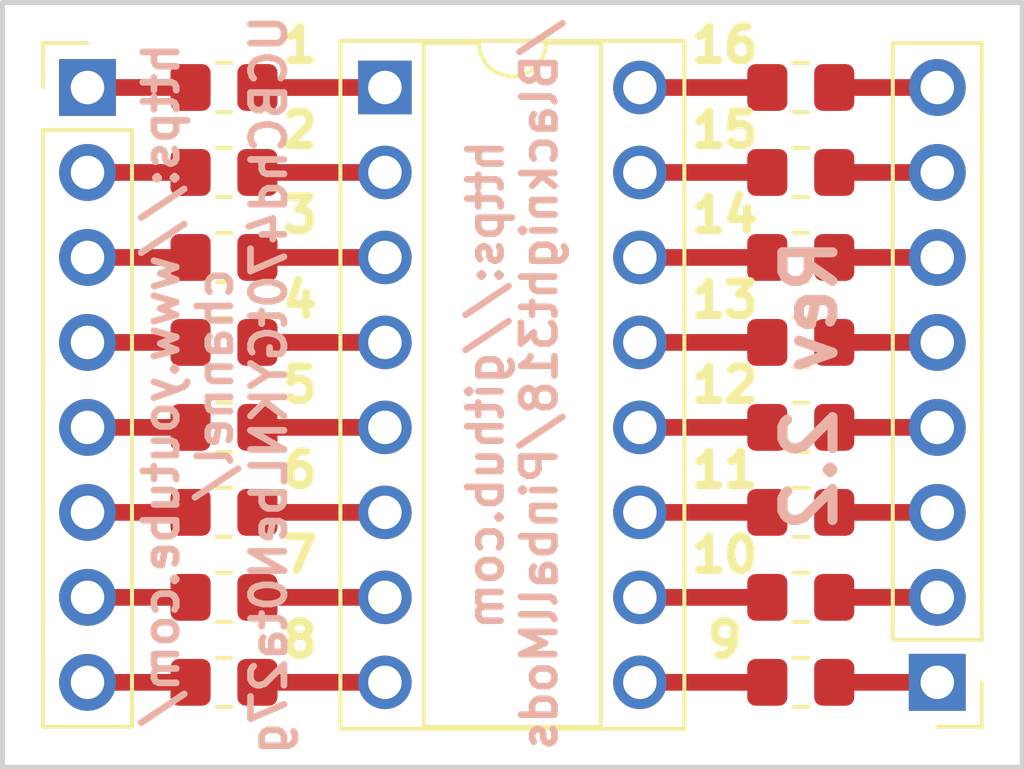
<source format=kicad_pcb>
(kicad_pcb (version 20171130) (host pcbnew "(5.1.7)-1")

  (general
    (thickness 1.6)
    (drawings 23)
    (tracks 32)
    (zones 0)
    (modules 19)
    (nets 33)
  )

  (page A4)
  (layers
    (0 F.Cu signal)
    (31 B.Cu signal)
    (32 B.Adhes user)
    (33 F.Adhes user)
    (34 B.Paste user)
    (35 F.Paste user)
    (36 B.SilkS user)
    (37 F.SilkS user)
    (38 B.Mask user)
    (39 F.Mask user)
    (40 Dwgs.User user)
    (41 Cmts.User user)
    (42 Eco1.User user)
    (43 Eco2.User user)
    (44 Edge.Cuts user)
    (45 Margin user)
    (46 B.CrtYd user)
    (47 F.CrtYd user hide)
    (48 B.Fab user)
    (49 F.Fab user hide)
  )

  (setup
    (last_trace_width 0.25)
    (trace_clearance 0.2)
    (zone_clearance 0.508)
    (zone_45_only no)
    (trace_min 0.2)
    (via_size 0.8)
    (via_drill 0.4)
    (via_min_size 0.4)
    (via_min_drill 0.3)
    (uvia_size 0.3)
    (uvia_drill 0.1)
    (uvias_allowed no)
    (uvia_min_size 0.2)
    (uvia_min_drill 0.1)
    (edge_width 0.05)
    (segment_width 0.2)
    (pcb_text_width 0.3)
    (pcb_text_size 1.5 1.5)
    (mod_edge_width 0.12)
    (mod_text_size 1 1)
    (mod_text_width 0.15)
    (pad_size 1.6 1.6)
    (pad_drill 1)
    (pad_to_mask_clearance 0)
    (aux_axis_origin 0 0)
    (visible_elements 7FFFFFFF)
    (pcbplotparams
      (layerselection 0x010fc_ffffffff)
      (usegerberextensions false)
      (usegerberattributes true)
      (usegerberadvancedattributes true)
      (creategerberjobfile true)
      (excludeedgelayer true)
      (linewidth 0.100000)
      (plotframeref false)
      (viasonmask false)
      (mode 1)
      (useauxorigin false)
      (hpglpennumber 1)
      (hpglpenspeed 20)
      (hpglpendiameter 15.000000)
      (psnegative false)
      (psa4output false)
      (plotreference true)
      (plotvalue true)
      (plotinvisibletext false)
      (padsonsilk false)
      (subtractmaskfromsilk false)
      (outputformat 1)
      (mirror false)
      (drillshape 1)
      (scaleselection 1)
      (outputdirectory ""))
  )

  (net 0 "")
  (net 1 "Net-(J1-Pad7)")
  (net 2 "Net-(J1-Pad6)")
  (net 3 "Net-(J1-Pad5)")
  (net 4 "Net-(J1-Pad4)")
  (net 5 "Net-(J1-Pad3)")
  (net 6 "Net-(J1-Pad2)")
  (net 7 "Net-(J1-Pad1)")
  (net 8 "Net-(J2-Pad14)")
  (net 9 "Net-(J2-Pad7)")
  (net 10 "Net-(J2-Pad13)")
  (net 11 "Net-(J2-Pad6)")
  (net 12 "Net-(J2-Pad12)")
  (net 13 "Net-(J2-Pad5)")
  (net 14 "Net-(J2-Pad11)")
  (net 15 "Net-(J2-Pad4)")
  (net 16 "Net-(J2-Pad10)")
  (net 17 "Net-(J2-Pad3)")
  (net 18 "Net-(J2-Pad9)")
  (net 19 "Net-(J2-Pad2)")
  (net 20 "Net-(J2-Pad8)")
  (net 21 "Net-(J2-Pad1)")
  (net 22 "Net-(J3-Pad7)")
  (net 23 "Net-(J3-Pad6)")
  (net 24 "Net-(J3-Pad5)")
  (net 25 "Net-(J3-Pad4)")
  (net 26 "Net-(J3-Pad3)")
  (net 27 "Net-(J3-Pad2)")
  (net 28 "Net-(J3-Pad1)")
  (net 29 "Net-(J1-Pad8)")
  (net 30 "Net-(J3-Pad8)")
  (net 31 "Net-(J2-Pad16)")
  (net 32 "Net-(J2-Pad15)")

  (net_class Default "This is the default net class."
    (clearance 0.2)
    (trace_width 0.25)
    (via_dia 0.8)
    (via_drill 0.4)
    (uvia_dia 0.3)
    (uvia_drill 0.1)
    (add_net "Net-(J1-Pad1)")
    (add_net "Net-(J1-Pad2)")
    (add_net "Net-(J1-Pad3)")
    (add_net "Net-(J1-Pad4)")
    (add_net "Net-(J1-Pad5)")
    (add_net "Net-(J1-Pad6)")
    (add_net "Net-(J1-Pad7)")
    (add_net "Net-(J1-Pad8)")
    (add_net "Net-(J2-Pad1)")
    (add_net "Net-(J2-Pad10)")
    (add_net "Net-(J2-Pad11)")
    (add_net "Net-(J2-Pad12)")
    (add_net "Net-(J2-Pad13)")
    (add_net "Net-(J2-Pad14)")
    (add_net "Net-(J2-Pad15)")
    (add_net "Net-(J2-Pad16)")
    (add_net "Net-(J2-Pad2)")
    (add_net "Net-(J2-Pad3)")
    (add_net "Net-(J2-Pad4)")
    (add_net "Net-(J2-Pad5)")
    (add_net "Net-(J2-Pad6)")
    (add_net "Net-(J2-Pad7)")
    (add_net "Net-(J2-Pad8)")
    (add_net "Net-(J2-Pad9)")
    (add_net "Net-(J3-Pad1)")
    (add_net "Net-(J3-Pad2)")
    (add_net "Net-(J3-Pad3)")
    (add_net "Net-(J3-Pad4)")
    (add_net "Net-(J3-Pad5)")
    (add_net "Net-(J3-Pad6)")
    (add_net "Net-(J3-Pad7)")
    (add_net "Net-(J3-Pad8)")
  )

  (module Connector_PinHeader_2.54mm:PinHeader_1x08_P2.54mm_Vertical (layer F.Cu) (tedit 59FED5CC) (tstamp 600AD633)
    (at 171.45 109.22 180)
    (descr "Through hole straight pin header, 1x08, 2.54mm pitch, single row")
    (tags "Through hole pin header THT 1x08 2.54mm single row")
    (path /600A9E0D)
    (fp_text reference "" (at 0 -2.33) (layer F.SilkS)
      (effects (font (size 1 1) (thickness 0.15)))
    )
    (fp_text value Conn_01x08_Male (at 0 20.11) (layer F.Fab)
      (effects (font (size 1 1) (thickness 0.15)))
    )
    (fp_line (start 1.8 -1.8) (end -1.8 -1.8) (layer F.CrtYd) (width 0.05))
    (fp_line (start 1.8 19.55) (end 1.8 -1.8) (layer F.CrtYd) (width 0.05))
    (fp_line (start -1.8 19.55) (end 1.8 19.55) (layer F.CrtYd) (width 0.05))
    (fp_line (start -1.8 -1.8) (end -1.8 19.55) (layer F.CrtYd) (width 0.05))
    (fp_line (start -1.33 -1.33) (end 0 -1.33) (layer F.SilkS) (width 0.12))
    (fp_line (start -1.33 0) (end -1.33 -1.33) (layer F.SilkS) (width 0.12))
    (fp_line (start -1.33 1.27) (end 1.33 1.27) (layer F.SilkS) (width 0.12))
    (fp_line (start 1.33 1.27) (end 1.33 19.11) (layer F.SilkS) (width 0.12))
    (fp_line (start -1.33 1.27) (end -1.33 19.11) (layer F.SilkS) (width 0.12))
    (fp_line (start -1.33 19.11) (end 1.33 19.11) (layer F.SilkS) (width 0.12))
    (fp_line (start -1.27 -0.635) (end -0.635 -1.27) (layer F.Fab) (width 0.1))
    (fp_line (start -1.27 19.05) (end -1.27 -0.635) (layer F.Fab) (width 0.1))
    (fp_line (start 1.27 19.05) (end -1.27 19.05) (layer F.Fab) (width 0.1))
    (fp_line (start 1.27 -1.27) (end 1.27 19.05) (layer F.Fab) (width 0.1))
    (fp_line (start -0.635 -1.27) (end 1.27 -1.27) (layer F.Fab) (width 0.1))
    (fp_text user %R (at 0 8.89 90) (layer F.Fab)
      (effects (font (size 1 1) (thickness 0.15)))
    )
    (pad 8 thru_hole oval (at 0 17.78 180) (size 1.7 1.7) (drill 1) (layers *.Cu *.Mask)
      (net 30 "Net-(J3-Pad8)"))
    (pad 7 thru_hole oval (at 0 15.24 180) (size 1.7 1.7) (drill 1) (layers *.Cu *.Mask)
      (net 22 "Net-(J3-Pad7)"))
    (pad 6 thru_hole oval (at 0 12.7 180) (size 1.7 1.7) (drill 1) (layers *.Cu *.Mask)
      (net 23 "Net-(J3-Pad6)"))
    (pad 5 thru_hole oval (at 0 10.16 180) (size 1.7 1.7) (drill 1) (layers *.Cu *.Mask)
      (net 24 "Net-(J3-Pad5)"))
    (pad 4 thru_hole oval (at 0 7.62 180) (size 1.7 1.7) (drill 1) (layers *.Cu *.Mask)
      (net 25 "Net-(J3-Pad4)"))
    (pad 3 thru_hole oval (at 0 5.08 180) (size 1.7 1.7) (drill 1) (layers *.Cu *.Mask)
      (net 26 "Net-(J3-Pad3)"))
    (pad 2 thru_hole oval (at 0 2.54 180) (size 1.7 1.7) (drill 1) (layers *.Cu *.Mask)
      (net 27 "Net-(J3-Pad2)"))
    (pad 1 thru_hole rect (at 0 0 180) (size 1.7 1.7) (drill 1) (layers *.Cu *.Mask)
      (net 28 "Net-(J3-Pad1)"))
    (model ${KISYS3DMOD}/Connector_PinHeader_2.54mm.3dshapes/PinHeader_1x08_P2.54mm_Vertical.wrl
      (at (xyz 0 0 0))
      (scale (xyz 1 1 1))
      (rotate (xyz 0 0 0))
    )
  )

  (module Package_DIP:DIP-16_W7.62mm_Socket (layer F.Cu) (tedit 600EF0B6) (tstamp 600AD617)
    (at 154.94 91.44)
    (descr "16-lead though-hole mounted DIP package, row spacing 7.62 mm (300 mils), Socket")
    (tags "THT DIP DIL PDIP 2.54mm 7.62mm 300mil Socket")
    (path /600ABC38)
    (fp_text reference "" (at 3.81 -2.33) (layer F.SilkS)
      (effects (font (size 1 1) (thickness 0.15)))
    )
    (fp_text value Conn_02x08_Counter_Clockwise (at 3.81 20.11) (layer F.Fab)
      (effects (font (size 1 1) (thickness 0.15)))
    )
    (fp_line (start 9.15 -1.6) (end -1.55 -1.6) (layer F.CrtYd) (width 0.05))
    (fp_line (start 9.15 19.4) (end 9.15 -1.6) (layer F.CrtYd) (width 0.05))
    (fp_line (start -1.55 19.4) (end 9.15 19.4) (layer F.CrtYd) (width 0.05))
    (fp_line (start -1.55 -1.6) (end -1.55 19.4) (layer F.CrtYd) (width 0.05))
    (fp_line (start 8.95 -1.39) (end -1.33 -1.39) (layer F.SilkS) (width 0.12))
    (fp_line (start 8.95 19.17) (end 8.95 -1.39) (layer F.SilkS) (width 0.12))
    (fp_line (start -1.33 19.17) (end 8.95 19.17) (layer F.SilkS) (width 0.12))
    (fp_line (start -1.33 -1.39) (end -1.33 19.17) (layer F.SilkS) (width 0.12))
    (fp_line (start 6.46 -1.33) (end 4.81 -1.33) (layer F.SilkS) (width 0.12))
    (fp_line (start 6.46 19.11) (end 6.46 -1.33) (layer F.SilkS) (width 0.12))
    (fp_line (start 1.16 19.11) (end 6.46 19.11) (layer F.SilkS) (width 0.12))
    (fp_line (start 1.16 -1.33) (end 1.16 19.11) (layer F.SilkS) (width 0.12))
    (fp_line (start 2.81 -1.33) (end 1.16 -1.33) (layer F.SilkS) (width 0.12))
    (fp_line (start 8.89 -1.33) (end -1.27 -1.33) (layer F.Fab) (width 0.1))
    (fp_line (start 8.89 19.11) (end 8.89 -1.33) (layer F.Fab) (width 0.1))
    (fp_line (start -1.27 19.11) (end 8.89 19.11) (layer F.Fab) (width 0.1))
    (fp_line (start -1.27 -1.33) (end -1.27 19.11) (layer F.Fab) (width 0.1))
    (fp_line (start 0.635 -0.27) (end 1.635 -1.27) (layer F.Fab) (width 0.1))
    (fp_line (start 0.635 19.05) (end 0.635 -0.27) (layer F.Fab) (width 0.1))
    (fp_line (start 6.985 19.05) (end 0.635 19.05) (layer F.Fab) (width 0.1))
    (fp_line (start 6.985 -1.27) (end 6.985 19.05) (layer F.Fab) (width 0.1))
    (fp_line (start 1.635 -1.27) (end 6.985 -1.27) (layer F.Fab) (width 0.1))
    (fp_text user %R (at 3.81 8.89) (layer F.Fab)
      (effects (font (size 1 1) (thickness 0.15)))
    )
    (fp_arc (start 3.81 -1.33) (end 2.81 -1.33) (angle -180) (layer F.SilkS) (width 0.12))
    (pad 16 thru_hole oval (at 7.62 0) (size 1.6 1.6) (drill 1) (layers *.Cu *.Mask)
      (net 31 "Net-(J2-Pad16)"))
    (pad 8 thru_hole oval (at 0 17.78) (size 1.6 1.6) (drill 1) (layers *.Cu *.Mask)
      (net 20 "Net-(J2-Pad8)"))
    (pad 15 thru_hole oval (at 7.62 2.54) (size 1.6 1.6) (drill 1) (layers *.Cu *.Mask)
      (net 32 "Net-(J2-Pad15)"))
    (pad 7 thru_hole oval (at 0 15.24) (size 1.6 1.6) (drill 1) (layers *.Cu *.Mask)
      (net 9 "Net-(J2-Pad7)"))
    (pad 14 thru_hole oval (at 7.62 5.08) (size 1.6 1.6) (drill 1) (layers *.Cu *.Mask)
      (net 8 "Net-(J2-Pad14)"))
    (pad 6 thru_hole oval (at 0 12.7) (size 1.6 1.6) (drill 1) (layers *.Cu *.Mask)
      (net 11 "Net-(J2-Pad6)"))
    (pad 13 thru_hole oval (at 7.62 7.62) (size 1.6 1.6) (drill 1) (layers *.Cu *.Mask)
      (net 10 "Net-(J2-Pad13)"))
    (pad 5 thru_hole oval (at 0 10.16) (size 1.6 1.6) (drill 1) (layers *.Cu *.Mask)
      (net 13 "Net-(J2-Pad5)"))
    (pad 12 thru_hole oval (at 7.62 10.16) (size 1.6 1.6) (drill 1) (layers *.Cu *.Mask)
      (net 12 "Net-(J2-Pad12)"))
    (pad 4 thru_hole oval (at 0 7.62) (size 1.6 1.6) (drill 1) (layers *.Cu *.Mask)
      (net 15 "Net-(J2-Pad4)"))
    (pad 11 thru_hole oval (at 7.62 12.7) (size 1.6 1.6) (drill 1) (layers *.Cu *.Mask)
      (net 14 "Net-(J2-Pad11)"))
    (pad 3 thru_hole oval (at 0 5.08) (size 1.6 1.6) (drill 1) (layers *.Cu *.Mask)
      (net 17 "Net-(J2-Pad3)"))
    (pad 10 thru_hole oval (at 7.62 15.24) (size 1.6 1.6) (drill 1) (layers *.Cu *.Mask)
      (net 16 "Net-(J2-Pad10)"))
    (pad 2 thru_hole oval (at 0 2.54) (size 1.6 1.6) (drill 1) (layers *.Cu *.Mask)
      (net 19 "Net-(J2-Pad2)"))
    (pad 9 thru_hole oval (at 7.62 17.78) (size 1.6 1.6) (drill 1) (layers *.Cu *.Mask)
      (net 18 "Net-(J2-Pad9)"))
    (pad 1 thru_hole rect (at 0 0) (size 1.6 1.6) (drill 1) (layers *.Cu *.Mask)
      (net 21 "Net-(J2-Pad1)"))
    (model ${KISYS3DMOD}/Package_DIP.3dshapes/DIP-16_W7.62mm_Socket.wrl
      (at (xyz 0 0 0))
      (scale (xyz 1 1 1))
      (rotate (xyz 0 0 0))
    )
  )

  (module Connector_PinHeader_2.54mm:PinHeader_1x08_P2.54mm_Vertical (layer F.Cu) (tedit 59FED5CC) (tstamp 600AD5EB)
    (at 146.05 91.44)
    (descr "Through hole straight pin header, 1x08, 2.54mm pitch, single row")
    (tags "Through hole pin header THT 1x08 2.54mm single row")
    (path /600A8ACB)
    (fp_text reference "" (at 0 -2.33) (layer F.SilkS)
      (effects (font (size 1 1) (thickness 0.15)))
    )
    (fp_text value Conn_01x08_Male (at 0 20.11) (layer F.Fab)
      (effects (font (size 1 1) (thickness 0.15)))
    )
    (fp_line (start 1.8 -1.8) (end -1.8 -1.8) (layer F.CrtYd) (width 0.05))
    (fp_line (start 1.8 19.55) (end 1.8 -1.8) (layer F.CrtYd) (width 0.05))
    (fp_line (start -1.8 19.55) (end 1.8 19.55) (layer F.CrtYd) (width 0.05))
    (fp_line (start -1.8 -1.8) (end -1.8 19.55) (layer F.CrtYd) (width 0.05))
    (fp_line (start -1.33 -1.33) (end 0 -1.33) (layer F.SilkS) (width 0.12))
    (fp_line (start -1.33 0) (end -1.33 -1.33) (layer F.SilkS) (width 0.12))
    (fp_line (start -1.33 1.27) (end 1.33 1.27) (layer F.SilkS) (width 0.12))
    (fp_line (start 1.33 1.27) (end 1.33 19.11) (layer F.SilkS) (width 0.12))
    (fp_line (start -1.33 1.27) (end -1.33 19.11) (layer F.SilkS) (width 0.12))
    (fp_line (start -1.33 19.11) (end 1.33 19.11) (layer F.SilkS) (width 0.12))
    (fp_line (start -1.27 -0.635) (end -0.635 -1.27) (layer F.Fab) (width 0.1))
    (fp_line (start -1.27 19.05) (end -1.27 -0.635) (layer F.Fab) (width 0.1))
    (fp_line (start 1.27 19.05) (end -1.27 19.05) (layer F.Fab) (width 0.1))
    (fp_line (start 1.27 -1.27) (end 1.27 19.05) (layer F.Fab) (width 0.1))
    (fp_line (start -0.635 -1.27) (end 1.27 -1.27) (layer F.Fab) (width 0.1))
    (fp_text user %R (at 0 8.89 90) (layer F.Fab)
      (effects (font (size 1 1) (thickness 0.15)))
    )
    (pad 8 thru_hole oval (at 0 17.78) (size 1.7 1.7) (drill 1) (layers *.Cu *.Mask)
      (net 29 "Net-(J1-Pad8)"))
    (pad 7 thru_hole oval (at 0 15.24) (size 1.7 1.7) (drill 1) (layers *.Cu *.Mask)
      (net 1 "Net-(J1-Pad7)"))
    (pad 6 thru_hole oval (at 0 12.7) (size 1.7 1.7) (drill 1) (layers *.Cu *.Mask)
      (net 2 "Net-(J1-Pad6)"))
    (pad 5 thru_hole oval (at 0 10.16) (size 1.7 1.7) (drill 1) (layers *.Cu *.Mask)
      (net 3 "Net-(J1-Pad5)"))
    (pad 4 thru_hole oval (at 0 7.62) (size 1.7 1.7) (drill 1) (layers *.Cu *.Mask)
      (net 4 "Net-(J1-Pad4)"))
    (pad 3 thru_hole oval (at 0 5.08) (size 1.7 1.7) (drill 1) (layers *.Cu *.Mask)
      (net 5 "Net-(J1-Pad3)"))
    (pad 2 thru_hole oval (at 0 2.54) (size 1.7 1.7) (drill 1) (layers *.Cu *.Mask)
      (net 6 "Net-(J1-Pad2)"))
    (pad 1 thru_hole rect (at 0 0) (size 1.7 1.7) (drill 1) (layers *.Cu *.Mask)
      (net 7 "Net-(J1-Pad1)"))
    (model ${KISYS3DMOD}/Connector_PinHeader_2.54mm.3dshapes/PinHeader_1x08_P2.54mm_Vertical.wrl
      (at (xyz 0 0 0))
      (scale (xyz 1 1 1))
      (rotate (xyz 0 0 0))
    )
  )

  (module Resistor_SMD:R_0805_2012Metric_Pad1.20x1.40mm_HandSolder (layer F.Cu) (tedit 5F68FEEE) (tstamp 600A69C8)
    (at 167.37 109.22)
    (descr "Resistor SMD 0805 (2012 Metric), square (rectangular) end terminal, IPC_7351 nominal with elongated pad for handsoldering. (Body size source: IPC-SM-782 page 72, https://www.pcb-3d.com/wordpress/wp-content/uploads/ipc-sm-782a_amendment_1_and_2.pdf), generated with kicad-footprint-generator")
    (tags "resistor handsolder")
    (path /600A6C48)
    (attr smd)
    (fp_text reference "" (at 0 -1.65) (layer F.SilkS) hide
      (effects (font (size 1 1) (thickness 0.15)))
    )
    (fp_text value R_Small_US (at 0 1.65) (layer F.Fab)
      (effects (font (size 1 1) (thickness 0.15)))
    )
    (fp_line (start 1.85 0.95) (end -1.85 0.95) (layer F.CrtYd) (width 0.05))
    (fp_line (start 1.85 -0.95) (end 1.85 0.95) (layer F.CrtYd) (width 0.05))
    (fp_line (start -1.85 -0.95) (end 1.85 -0.95) (layer F.CrtYd) (width 0.05))
    (fp_line (start -1.85 0.95) (end -1.85 -0.95) (layer F.CrtYd) (width 0.05))
    (fp_line (start -0.227064 0.735) (end 0.227064 0.735) (layer F.SilkS) (width 0.12))
    (fp_line (start -0.227064 -0.735) (end 0.227064 -0.735) (layer F.SilkS) (width 0.12))
    (fp_line (start 1 0.625) (end -1 0.625) (layer F.Fab) (width 0.1))
    (fp_line (start 1 -0.625) (end 1 0.625) (layer F.Fab) (width 0.1))
    (fp_line (start -1 -0.625) (end 1 -0.625) (layer F.Fab) (width 0.1))
    (fp_line (start -1 0.625) (end -1 -0.625) (layer F.Fab) (width 0.1))
    (fp_text user %R (at 0 0) (layer F.Fab)
      (effects (font (size 0.5 0.5) (thickness 0.08)))
    )
    (pad 2 smd roundrect (at 1 0) (size 1.2 1.4) (layers F.Cu F.Paste F.Mask) (roundrect_rratio 0.208333)
      (net 28 "Net-(J3-Pad1)"))
    (pad 1 smd roundrect (at -1 0) (size 1.2 1.4) (layers F.Cu F.Paste F.Mask) (roundrect_rratio 0.208333)
      (net 18 "Net-(J2-Pad9)"))
    (model ${KISYS3DMOD}/Resistor_SMD.3dshapes/R_0805_2012Metric.wrl
      (at (xyz 0 0 0))
      (scale (xyz 1 1 1))
      (rotate (xyz 0 0 0))
    )
  )

  (module Resistor_SMD:R_0805_2012Metric_Pad1.20x1.40mm_HandSolder (layer F.Cu) (tedit 5F68FEEE) (tstamp 600A6947)
    (at 150.13 109.22)
    (descr "Resistor SMD 0805 (2012 Metric), square (rectangular) end terminal, IPC_7351 nominal with elongated pad for handsoldering. (Body size source: IPC-SM-782 page 72, https://www.pcb-3d.com/wordpress/wp-content/uploads/ipc-sm-782a_amendment_1_and_2.pdf), generated with kicad-footprint-generator")
    (tags "resistor handsolder")
    (path /600A6520)
    (attr smd)
    (fp_text reference "" (at 0 -1.65) (layer F.SilkS)
      (effects (font (size 1 1) (thickness 0.15)))
    )
    (fp_text value R_Small_US (at 0 1.65) (layer F.Fab)
      (effects (font (size 1 1) (thickness 0.15)))
    )
    (fp_line (start 1.85 0.95) (end -1.85 0.95) (layer F.CrtYd) (width 0.05))
    (fp_line (start 1.85 -0.95) (end 1.85 0.95) (layer F.CrtYd) (width 0.05))
    (fp_line (start -1.85 -0.95) (end 1.85 -0.95) (layer F.CrtYd) (width 0.05))
    (fp_line (start -1.85 0.95) (end -1.85 -0.95) (layer F.CrtYd) (width 0.05))
    (fp_line (start -0.227064 0.735) (end 0.227064 0.735) (layer F.SilkS) (width 0.12))
    (fp_line (start -0.227064 -0.735) (end 0.227064 -0.735) (layer F.SilkS) (width 0.12))
    (fp_line (start 1 0.625) (end -1 0.625) (layer F.Fab) (width 0.1))
    (fp_line (start 1 -0.625) (end 1 0.625) (layer F.Fab) (width 0.1))
    (fp_line (start -1 -0.625) (end 1 -0.625) (layer F.Fab) (width 0.1))
    (fp_line (start -1 0.625) (end -1 -0.625) (layer F.Fab) (width 0.1))
    (fp_text user %R (at 0 0) (layer F.Fab)
      (effects (font (size 0.5 0.5) (thickness 0.08)))
    )
    (pad 2 smd roundrect (at 1 0) (size 1.2 1.4) (layers F.Cu F.Paste F.Mask) (roundrect_rratio 0.208333)
      (net 20 "Net-(J2-Pad8)"))
    (pad 1 smd roundrect (at -1 0) (size 1.2 1.4) (layers F.Cu F.Paste F.Mask) (roundrect_rratio 0.208333)
      (net 29 "Net-(J1-Pad8)"))
    (model ${KISYS3DMOD}/Resistor_SMD.3dshapes/R_0805_2012Metric.wrl
      (at (xyz 0 0 0))
      (scale (xyz 1 1 1))
      (rotate (xyz 0 0 0))
    )
  )

  (module Resistor_SMD:R_0805_2012Metric_Pad1.20x1.40mm_HandSolder (layer F.Cu) (tedit 5F68FEEE) (tstamp 5FF437DE)
    (at 167.37 106.68)
    (descr "Resistor SMD 0805 (2012 Metric), square (rectangular) end terminal, IPC_7351 nominal with elongated pad for handsoldering. (Body size source: IPC-SM-782 page 72, https://www.pcb-3d.com/wordpress/wp-content/uploads/ipc-sm-782a_amendment_1_and_2.pdf), generated with kicad-footprint-generator")
    (tags "resistor handsolder")
    (path /5FF46B0A)
    (attr smd)
    (fp_text reference "" (at 0 -1.65) (layer F.SilkS)
      (effects (font (size 1 1) (thickness 0.15)))
    )
    (fp_text value R_Small_US (at 0 1.65) (layer F.Fab) hide
      (effects (font (size 1 1) (thickness 0.15)))
    )
    (fp_line (start 1.85 0.95) (end -1.85 0.95) (layer F.CrtYd) (width 0.05))
    (fp_line (start 1.85 -0.95) (end 1.85 0.95) (layer F.CrtYd) (width 0.05))
    (fp_line (start -1.85 -0.95) (end 1.85 -0.95) (layer F.CrtYd) (width 0.05))
    (fp_line (start -1.85 0.95) (end -1.85 -0.95) (layer F.CrtYd) (width 0.05))
    (fp_line (start -0.227064 0.735) (end 0.227064 0.735) (layer F.SilkS) (width 0.12))
    (fp_line (start -0.227064 -0.735) (end 0.227064 -0.735) (layer F.SilkS) (width 0.12))
    (fp_line (start 1 0.625) (end -1 0.625) (layer F.Fab) (width 0.1))
    (fp_line (start 1 -0.625) (end 1 0.625) (layer F.Fab) (width 0.1))
    (fp_line (start -1 -0.625) (end 1 -0.625) (layer F.Fab) (width 0.1))
    (fp_line (start -1 0.625) (end -1 -0.625) (layer F.Fab) (width 0.1))
    (fp_text user %R (at 0 0) (layer F.Fab)
      (effects (font (size 0.5 0.5) (thickness 0.08)))
    )
    (pad 2 smd roundrect (at 1 0) (size 1.2 1.4) (layers F.Cu F.Paste F.Mask) (roundrect_rratio 0.208333)
      (net 27 "Net-(J3-Pad2)"))
    (pad 1 smd roundrect (at -1 0) (size 1.2 1.4) (layers F.Cu F.Paste F.Mask) (roundrect_rratio 0.208333)
      (net 16 "Net-(J2-Pad10)"))
    (model ${KISYS3DMOD}/Resistor_SMD.3dshapes/R_0805_2012Metric.wrl
      (at (xyz 0 0 0))
      (scale (xyz 1 1 1))
      (rotate (xyz 0 0 0))
    )
  )

  (module Resistor_SMD:R_0805_2012Metric_Pad1.20x1.40mm_HandSolder (layer F.Cu) (tedit 5F68FEEE) (tstamp 5FF437CD)
    (at 167.37 104.14)
    (descr "Resistor SMD 0805 (2012 Metric), square (rectangular) end terminal, IPC_7351 nominal with elongated pad for handsoldering. (Body size source: IPC-SM-782 page 72, https://www.pcb-3d.com/wordpress/wp-content/uploads/ipc-sm-782a_amendment_1_and_2.pdf), generated with kicad-footprint-generator")
    (tags "resistor handsolder")
    (path /5FF46986)
    (attr smd)
    (fp_text reference "" (at 0 -1.65) (layer F.SilkS)
      (effects (font (size 1 1) (thickness 0.15)))
    )
    (fp_text value R_Small_US (at 0 1.65) (layer F.Fab) hide
      (effects (font (size 1 1) (thickness 0.15)))
    )
    (fp_line (start 1.85 0.95) (end -1.85 0.95) (layer F.CrtYd) (width 0.05))
    (fp_line (start 1.85 -0.95) (end 1.85 0.95) (layer F.CrtYd) (width 0.05))
    (fp_line (start -1.85 -0.95) (end 1.85 -0.95) (layer F.CrtYd) (width 0.05))
    (fp_line (start -1.85 0.95) (end -1.85 -0.95) (layer F.CrtYd) (width 0.05))
    (fp_line (start -0.227064 0.735) (end 0.227064 0.735) (layer F.SilkS) (width 0.12))
    (fp_line (start -0.227064 -0.735) (end 0.227064 -0.735) (layer F.SilkS) (width 0.12))
    (fp_line (start 1 0.625) (end -1 0.625) (layer F.Fab) (width 0.1))
    (fp_line (start 1 -0.625) (end 1 0.625) (layer F.Fab) (width 0.1))
    (fp_line (start -1 -0.625) (end 1 -0.625) (layer F.Fab) (width 0.1))
    (fp_line (start -1 0.625) (end -1 -0.625) (layer F.Fab) (width 0.1))
    (fp_text user %R (at 0 0) (layer F.Fab)
      (effects (font (size 0.5 0.5) (thickness 0.08)))
    )
    (pad 2 smd roundrect (at 1 0) (size 1.2 1.4) (layers F.Cu F.Paste F.Mask) (roundrect_rratio 0.208333)
      (net 26 "Net-(J3-Pad3)"))
    (pad 1 smd roundrect (at -1 0) (size 1.2 1.4) (layers F.Cu F.Paste F.Mask) (roundrect_rratio 0.208333)
      (net 14 "Net-(J2-Pad11)"))
    (model ${KISYS3DMOD}/Resistor_SMD.3dshapes/R_0805_2012Metric.wrl
      (at (xyz 0 0 0))
      (scale (xyz 1 1 1))
      (rotate (xyz 0 0 0))
    )
  )

  (module Resistor_SMD:R_0805_2012Metric_Pad1.20x1.40mm_HandSolder (layer F.Cu) (tedit 5F68FEEE) (tstamp 5FF437BC)
    (at 167.37 101.6)
    (descr "Resistor SMD 0805 (2012 Metric), square (rectangular) end terminal, IPC_7351 nominal with elongated pad for handsoldering. (Body size source: IPC-SM-782 page 72, https://www.pcb-3d.com/wordpress/wp-content/uploads/ipc-sm-782a_amendment_1_and_2.pdf), generated with kicad-footprint-generator")
    (tags "resistor handsolder")
    (path /5FF4686E)
    (attr smd)
    (fp_text reference "" (at 0 -1.65) (layer F.SilkS)
      (effects (font (size 1 1) (thickness 0.15)))
    )
    (fp_text value R_Small_US (at 0 1.65) (layer F.Fab) hide
      (effects (font (size 1 1) (thickness 0.15)))
    )
    (fp_line (start 1.85 0.95) (end -1.85 0.95) (layer F.CrtYd) (width 0.05))
    (fp_line (start 1.85 -0.95) (end 1.85 0.95) (layer F.CrtYd) (width 0.05))
    (fp_line (start -1.85 -0.95) (end 1.85 -0.95) (layer F.CrtYd) (width 0.05))
    (fp_line (start -1.85 0.95) (end -1.85 -0.95) (layer F.CrtYd) (width 0.05))
    (fp_line (start -0.227064 0.735) (end 0.227064 0.735) (layer F.SilkS) (width 0.12))
    (fp_line (start -0.227064 -0.735) (end 0.227064 -0.735) (layer F.SilkS) (width 0.12))
    (fp_line (start 1 0.625) (end -1 0.625) (layer F.Fab) (width 0.1))
    (fp_line (start 1 -0.625) (end 1 0.625) (layer F.Fab) (width 0.1))
    (fp_line (start -1 -0.625) (end 1 -0.625) (layer F.Fab) (width 0.1))
    (fp_line (start -1 0.625) (end -1 -0.625) (layer F.Fab) (width 0.1))
    (fp_text user %R (at 0 0) (layer F.Fab)
      (effects (font (size 0.5 0.5) (thickness 0.08)))
    )
    (pad 2 smd roundrect (at 1 0) (size 1.2 1.4) (layers F.Cu F.Paste F.Mask) (roundrect_rratio 0.208333)
      (net 25 "Net-(J3-Pad4)"))
    (pad 1 smd roundrect (at -1 0) (size 1.2 1.4) (layers F.Cu F.Paste F.Mask) (roundrect_rratio 0.208333)
      (net 12 "Net-(J2-Pad12)"))
    (model ${KISYS3DMOD}/Resistor_SMD.3dshapes/R_0805_2012Metric.wrl
      (at (xyz 0 0 0))
      (scale (xyz 1 1 1))
      (rotate (xyz 0 0 0))
    )
  )

  (module Resistor_SMD:R_0805_2012Metric_Pad1.20x1.40mm_HandSolder (layer F.Cu) (tedit 5F68FEEE) (tstamp 5FF437AB)
    (at 167.37 99.06)
    (descr "Resistor SMD 0805 (2012 Metric), square (rectangular) end terminal, IPC_7351 nominal with elongated pad for handsoldering. (Body size source: IPC-SM-782 page 72, https://www.pcb-3d.com/wordpress/wp-content/uploads/ipc-sm-782a_amendment_1_and_2.pdf), generated with kicad-footprint-generator")
    (tags "resistor handsolder")
    (path /5FF466FC)
    (attr smd)
    (fp_text reference "" (at 0 -1.65) (layer F.SilkS)
      (effects (font (size 1 1) (thickness 0.15)))
    )
    (fp_text value R_Small_US (at 0 1.65) (layer F.Fab) hide
      (effects (font (size 1 1) (thickness 0.15)))
    )
    (fp_line (start 1.85 0.95) (end -1.85 0.95) (layer F.CrtYd) (width 0.05))
    (fp_line (start 1.85 -0.95) (end 1.85 0.95) (layer F.CrtYd) (width 0.05))
    (fp_line (start -1.85 -0.95) (end 1.85 -0.95) (layer F.CrtYd) (width 0.05))
    (fp_line (start -1.85 0.95) (end -1.85 -0.95) (layer F.CrtYd) (width 0.05))
    (fp_line (start -0.227064 0.735) (end 0.227064 0.735) (layer F.SilkS) (width 0.12))
    (fp_line (start -0.227064 -0.735) (end 0.227064 -0.735) (layer F.SilkS) (width 0.12))
    (fp_line (start 1 0.625) (end -1 0.625) (layer F.Fab) (width 0.1))
    (fp_line (start 1 -0.625) (end 1 0.625) (layer F.Fab) (width 0.1))
    (fp_line (start -1 -0.625) (end 1 -0.625) (layer F.Fab) (width 0.1))
    (fp_line (start -1 0.625) (end -1 -0.625) (layer F.Fab) (width 0.1))
    (fp_text user %R (at 0 0) (layer F.Fab)
      (effects (font (size 0.5 0.5) (thickness 0.08)))
    )
    (pad 2 smd roundrect (at 1 0) (size 1.2 1.4) (layers F.Cu F.Paste F.Mask) (roundrect_rratio 0.208333)
      (net 24 "Net-(J3-Pad5)"))
    (pad 1 smd roundrect (at -1 0) (size 1.2 1.4) (layers F.Cu F.Paste F.Mask) (roundrect_rratio 0.208333)
      (net 10 "Net-(J2-Pad13)"))
    (model ${KISYS3DMOD}/Resistor_SMD.3dshapes/R_0805_2012Metric.wrl
      (at (xyz 0 0 0))
      (scale (xyz 1 1 1))
      (rotate (xyz 0 0 0))
    )
  )

  (module Resistor_SMD:R_0805_2012Metric_Pad1.20x1.40mm_HandSolder (layer F.Cu) (tedit 5F68FEEE) (tstamp 5FF4379A)
    (at 167.37 96.52)
    (descr "Resistor SMD 0805 (2012 Metric), square (rectangular) end terminal, IPC_7351 nominal with elongated pad for handsoldering. (Body size source: IPC-SM-782 page 72, https://www.pcb-3d.com/wordpress/wp-content/uploads/ipc-sm-782a_amendment_1_and_2.pdf), generated with kicad-footprint-generator")
    (tags "resistor handsolder")
    (path /5FF461A4)
    (attr smd)
    (fp_text reference "" (at 0 -1.65) (layer F.SilkS)
      (effects (font (size 1 1) (thickness 0.15)))
    )
    (fp_text value R_Small_US (at 0 1.65) (layer F.Fab) hide
      (effects (font (size 1 1) (thickness 0.15)))
    )
    (fp_line (start 1.85 0.95) (end -1.85 0.95) (layer F.CrtYd) (width 0.05))
    (fp_line (start 1.85 -0.95) (end 1.85 0.95) (layer F.CrtYd) (width 0.05))
    (fp_line (start -1.85 -0.95) (end 1.85 -0.95) (layer F.CrtYd) (width 0.05))
    (fp_line (start -1.85 0.95) (end -1.85 -0.95) (layer F.CrtYd) (width 0.05))
    (fp_line (start -0.227064 0.735) (end 0.227064 0.735) (layer F.SilkS) (width 0.12))
    (fp_line (start -0.227064 -0.735) (end 0.227064 -0.735) (layer F.SilkS) (width 0.12))
    (fp_line (start 1 0.625) (end -1 0.625) (layer F.Fab) (width 0.1))
    (fp_line (start 1 -0.625) (end 1 0.625) (layer F.Fab) (width 0.1))
    (fp_line (start -1 -0.625) (end 1 -0.625) (layer F.Fab) (width 0.1))
    (fp_line (start -1 0.625) (end -1 -0.625) (layer F.Fab) (width 0.1))
    (fp_text user %R (at 0 0) (layer F.Fab)
      (effects (font (size 0.5 0.5) (thickness 0.08)))
    )
    (pad 2 smd roundrect (at 1 0) (size 1.2 1.4) (layers F.Cu F.Paste F.Mask) (roundrect_rratio 0.208333)
      (net 23 "Net-(J3-Pad6)"))
    (pad 1 smd roundrect (at -1 0) (size 1.2 1.4) (layers F.Cu F.Paste F.Mask) (roundrect_rratio 0.208333)
      (net 8 "Net-(J2-Pad14)"))
    (model ${KISYS3DMOD}/Resistor_SMD.3dshapes/R_0805_2012Metric.wrl
      (at (xyz 0 0 0))
      (scale (xyz 1 1 1))
      (rotate (xyz 0 0 0))
    )
  )

  (module Resistor_SMD:R_0805_2012Metric_Pad1.20x1.40mm_HandSolder (layer F.Cu) (tedit 5F68FEEE) (tstamp 5FF43789)
    (at 167.37 93.98)
    (descr "Resistor SMD 0805 (2012 Metric), square (rectangular) end terminal, IPC_7351 nominal with elongated pad for handsoldering. (Body size source: IPC-SM-782 page 72, https://www.pcb-3d.com/wordpress/wp-content/uploads/ipc-sm-782a_amendment_1_and_2.pdf), generated with kicad-footprint-generator")
    (tags "resistor handsolder")
    (path /5FF45935)
    (attr smd)
    (fp_text reference "" (at 0 -1.65) (layer F.SilkS)
      (effects (font (size 1 1) (thickness 0.15)))
    )
    (fp_text value R_Small_US (at 0 1.65) (layer F.Fab) hide
      (effects (font (size 1 1) (thickness 0.15)))
    )
    (fp_line (start 1.85 0.95) (end -1.85 0.95) (layer F.CrtYd) (width 0.05))
    (fp_line (start 1.85 -0.95) (end 1.85 0.95) (layer F.CrtYd) (width 0.05))
    (fp_line (start -1.85 -0.95) (end 1.85 -0.95) (layer F.CrtYd) (width 0.05))
    (fp_line (start -1.85 0.95) (end -1.85 -0.95) (layer F.CrtYd) (width 0.05))
    (fp_line (start -0.227064 0.735) (end 0.227064 0.735) (layer F.SilkS) (width 0.12))
    (fp_line (start -0.227064 -0.735) (end 0.227064 -0.735) (layer F.SilkS) (width 0.12))
    (fp_line (start 1 0.625) (end -1 0.625) (layer F.Fab) (width 0.1))
    (fp_line (start 1 -0.625) (end 1 0.625) (layer F.Fab) (width 0.1))
    (fp_line (start -1 -0.625) (end 1 -0.625) (layer F.Fab) (width 0.1))
    (fp_line (start -1 0.625) (end -1 -0.625) (layer F.Fab) (width 0.1))
    (fp_text user %R (at 0 0) (layer F.Fab)
      (effects (font (size 0.5 0.5) (thickness 0.08)))
    )
    (pad 2 smd roundrect (at 1 0) (size 1.2 1.4) (layers F.Cu F.Paste F.Mask) (roundrect_rratio 0.208333)
      (net 22 "Net-(J3-Pad7)"))
    (pad 1 smd roundrect (at -1 0) (size 1.2 1.4) (layers F.Cu F.Paste F.Mask) (roundrect_rratio 0.208333)
      (net 32 "Net-(J2-Pad15)"))
    (model ${KISYS3DMOD}/Resistor_SMD.3dshapes/R_0805_2012Metric.wrl
      (at (xyz 0 0 0))
      (scale (xyz 1 1 1))
      (rotate (xyz 0 0 0))
    )
  )

  (module Resistor_SMD:R_0805_2012Metric_Pad1.20x1.40mm_HandSolder (layer F.Cu) (tedit 5F68FEEE) (tstamp 5FF43778)
    (at 167.37 91.44)
    (descr "Resistor SMD 0805 (2012 Metric), square (rectangular) end terminal, IPC_7351 nominal with elongated pad for handsoldering. (Body size source: IPC-SM-782 page 72, https://www.pcb-3d.com/wordpress/wp-content/uploads/ipc-sm-782a_amendment_1_and_2.pdf), generated with kicad-footprint-generator")
    (tags "resistor handsolder")
    (path /5FF4481B)
    (attr smd)
    (fp_text reference "" (at 0 -1.65) (layer F.SilkS)
      (effects (font (size 1 1) (thickness 0.15)))
    )
    (fp_text value R_Small_US (at 0 1.65) (layer F.Fab) hide
      (effects (font (size 1 1) (thickness 0.15)))
    )
    (fp_line (start 1.85 0.95) (end -1.85 0.95) (layer F.CrtYd) (width 0.05))
    (fp_line (start 1.85 -0.95) (end 1.85 0.95) (layer F.CrtYd) (width 0.05))
    (fp_line (start -1.85 -0.95) (end 1.85 -0.95) (layer F.CrtYd) (width 0.05))
    (fp_line (start -1.85 0.95) (end -1.85 -0.95) (layer F.CrtYd) (width 0.05))
    (fp_line (start -0.227064 0.735) (end 0.227064 0.735) (layer F.SilkS) (width 0.12))
    (fp_line (start -0.227064 -0.735) (end 0.227064 -0.735) (layer F.SilkS) (width 0.12))
    (fp_line (start 1 0.625) (end -1 0.625) (layer F.Fab) (width 0.1))
    (fp_line (start 1 -0.625) (end 1 0.625) (layer F.Fab) (width 0.1))
    (fp_line (start -1 -0.625) (end 1 -0.625) (layer F.Fab) (width 0.1))
    (fp_line (start -1 0.625) (end -1 -0.625) (layer F.Fab) (width 0.1))
    (fp_text user %R (at -1 0) (layer F.Fab)
      (effects (font (size 0.5 0.5) (thickness 0.08)))
    )
    (pad 2 smd roundrect (at 1 0) (size 1.2 1.4) (layers F.Cu F.Paste F.Mask) (roundrect_rratio 0.208333)
      (net 30 "Net-(J3-Pad8)"))
    (pad 1 smd roundrect (at -1 0) (size 1.2 1.4) (layers F.Cu F.Paste F.Mask) (roundrect_rratio 0.208333)
      (net 31 "Net-(J2-Pad16)"))
    (model ${KISYS3DMOD}/Resistor_SMD.3dshapes/R_0805_2012Metric.wrl
      (at (xyz 0 0 0))
      (scale (xyz 1 1 1))
      (rotate (xyz 0 0 0))
    )
  )

  (module Resistor_SMD:R_0805_2012Metric_Pad1.20x1.40mm_HandSolder (layer F.Cu) (tedit 5F68FEEE) (tstamp 5FF43767)
    (at 150.13 106.68)
    (descr "Resistor SMD 0805 (2012 Metric), square (rectangular) end terminal, IPC_7351 nominal with elongated pad for handsoldering. (Body size source: IPC-SM-782 page 72, https://www.pcb-3d.com/wordpress/wp-content/uploads/ipc-sm-782a_amendment_1_and_2.pdf), generated with kicad-footprint-generator")
    (tags "resistor handsolder")
    (path /5FF47A97)
    (attr smd)
    (fp_text reference "" (at 0 -1.65) (layer F.SilkS)
      (effects (font (size 1 1) (thickness 0.15)))
    )
    (fp_text value R_Small_US (at 0 1.564999) (layer F.Fab) hide
      (effects (font (size 1 1) (thickness 0.15)))
    )
    (fp_line (start 1.85 0.95) (end -1.85 0.95) (layer F.CrtYd) (width 0.05))
    (fp_line (start 1.85 -0.95) (end 1.85 0.95) (layer F.CrtYd) (width 0.05))
    (fp_line (start -1.85 -0.95) (end 1.85 -0.95) (layer F.CrtYd) (width 0.05))
    (fp_line (start -1.85 0.95) (end -1.85 -0.95) (layer F.CrtYd) (width 0.05))
    (fp_line (start -0.227064 0.735) (end 0.227064 0.735) (layer F.SilkS) (width 0.12))
    (fp_line (start -0.227064 -0.735) (end 0.227064 -0.735) (layer F.SilkS) (width 0.12))
    (fp_line (start 1 0.625) (end -1 0.625) (layer F.Fab) (width 0.1))
    (fp_line (start 1 -0.625) (end 1 0.625) (layer F.Fab) (width 0.1))
    (fp_line (start -1 -0.625) (end 1 -0.625) (layer F.Fab) (width 0.1))
    (fp_line (start -1 0.625) (end -1 -0.625) (layer F.Fab) (width 0.1))
    (fp_text user %R (at 0 0) (layer F.Fab)
      (effects (font (size 0.5 0.5) (thickness 0.08)))
    )
    (pad 2 smd roundrect (at 1 0) (size 1.2 1.4) (layers F.Cu F.Paste F.Mask) (roundrect_rratio 0.208333)
      (net 9 "Net-(J2-Pad7)"))
    (pad 1 smd roundrect (at -1 0) (size 1.2 1.4) (layers F.Cu F.Paste F.Mask) (roundrect_rratio 0.208333)
      (net 1 "Net-(J1-Pad7)"))
    (model ${KISYS3DMOD}/Resistor_SMD.3dshapes/R_0805_2012Metric.wrl
      (at (xyz 0 0 0))
      (scale (xyz 1 1 1))
      (rotate (xyz 0 0 0))
    )
  )

  (module Resistor_SMD:R_0805_2012Metric_Pad1.20x1.40mm_HandSolder (layer F.Cu) (tedit 5F68FEEE) (tstamp 5FF43756)
    (at 150.13 104.14)
    (descr "Resistor SMD 0805 (2012 Metric), square (rectangular) end terminal, IPC_7351 nominal with elongated pad for handsoldering. (Body size source: IPC-SM-782 page 72, https://www.pcb-3d.com/wordpress/wp-content/uploads/ipc-sm-782a_amendment_1_and_2.pdf), generated with kicad-footprint-generator")
    (tags "resistor handsolder")
    (path /5FF47925)
    (attr smd)
    (fp_text reference "" (at 0 -1.65) (layer F.SilkS)
      (effects (font (size 1 1) (thickness 0.15)))
    )
    (fp_text value R_Small_US (at 0 1.65) (layer F.Fab) hide
      (effects (font (size 1 1) (thickness 0.15)))
    )
    (fp_line (start 1.85 0.95) (end -1.85 0.95) (layer F.CrtYd) (width 0.05))
    (fp_line (start 1.85 -0.95) (end 1.85 0.95) (layer F.CrtYd) (width 0.05))
    (fp_line (start -1.85 -0.95) (end 1.85 -0.95) (layer F.CrtYd) (width 0.05))
    (fp_line (start -1.85 0.95) (end -1.85 -0.95) (layer F.CrtYd) (width 0.05))
    (fp_line (start -0.227064 0.735) (end 0.227064 0.735) (layer F.SilkS) (width 0.12))
    (fp_line (start -0.227064 -0.735) (end 0.227064 -0.735) (layer F.SilkS) (width 0.12))
    (fp_line (start 1 0.625) (end -1 0.625) (layer F.Fab) (width 0.1))
    (fp_line (start 1 -0.625) (end 1 0.625) (layer F.Fab) (width 0.1))
    (fp_line (start -1 -0.625) (end 1 -0.625) (layer F.Fab) (width 0.1))
    (fp_line (start -1 0.625) (end -1 -0.625) (layer F.Fab) (width 0.1))
    (fp_text user %R (at 0 0) (layer F.Fab)
      (effects (font (size 0.5 0.5) (thickness 0.08)))
    )
    (pad 2 smd roundrect (at 1 0) (size 1.2 1.4) (layers F.Cu F.Paste F.Mask) (roundrect_rratio 0.208333)
      (net 11 "Net-(J2-Pad6)"))
    (pad 1 smd roundrect (at -1 0) (size 1.2 1.4) (layers F.Cu F.Paste F.Mask) (roundrect_rratio 0.208333)
      (net 2 "Net-(J1-Pad6)"))
    (model ${KISYS3DMOD}/Resistor_SMD.3dshapes/R_0805_2012Metric.wrl
      (at (xyz 0 0 0))
      (scale (xyz 1 1 1))
      (rotate (xyz 0 0 0))
    )
  )

  (module Resistor_SMD:R_0805_2012Metric_Pad1.20x1.40mm_HandSolder (layer F.Cu) (tedit 5F68FEEE) (tstamp 5FF43745)
    (at 150.13 101.6)
    (descr "Resistor SMD 0805 (2012 Metric), square (rectangular) end terminal, IPC_7351 nominal with elongated pad for handsoldering. (Body size source: IPC-SM-782 page 72, https://www.pcb-3d.com/wordpress/wp-content/uploads/ipc-sm-782a_amendment_1_and_2.pdf), generated with kicad-footprint-generator")
    (tags "resistor handsolder")
    (path /5FF477A1)
    (attr smd)
    (fp_text reference "" (at 0 -1.65) (layer F.SilkS)
      (effects (font (size 1 1) (thickness 0.15)))
    )
    (fp_text value R_Small_US (at 0 1.65) (layer F.Fab) hide
      (effects (font (size 1 1) (thickness 0.15)))
    )
    (fp_line (start 1.85 0.95) (end -1.85 0.95) (layer F.CrtYd) (width 0.05))
    (fp_line (start 1.85 -0.95) (end 1.85 0.95) (layer F.CrtYd) (width 0.05))
    (fp_line (start -1.85 -0.95) (end 1.85 -0.95) (layer F.CrtYd) (width 0.05))
    (fp_line (start -1.85 0.95) (end -1.85 -0.95) (layer F.CrtYd) (width 0.05))
    (fp_line (start -0.227064 0.735) (end 0.227064 0.735) (layer F.SilkS) (width 0.12))
    (fp_line (start -0.227064 -0.735) (end 0.227064 -0.735) (layer F.SilkS) (width 0.12))
    (fp_line (start 1 0.625) (end -1 0.625) (layer F.Fab) (width 0.1))
    (fp_line (start 1 -0.625) (end 1 0.625) (layer F.Fab) (width 0.1))
    (fp_line (start -1 -0.625) (end 1 -0.625) (layer F.Fab) (width 0.1))
    (fp_line (start -1 0.625) (end -1 -0.625) (layer F.Fab) (width 0.1))
    (fp_text user %R (at 0 0) (layer F.Fab)
      (effects (font (size 0.5 0.5) (thickness 0.08)))
    )
    (pad 2 smd roundrect (at 1 0) (size 1.2 1.4) (layers F.Cu F.Paste F.Mask) (roundrect_rratio 0.208333)
      (net 13 "Net-(J2-Pad5)"))
    (pad 1 smd roundrect (at -1 0) (size 1.2 1.4) (layers F.Cu F.Paste F.Mask) (roundrect_rratio 0.208333)
      (net 3 "Net-(J1-Pad5)"))
    (model ${KISYS3DMOD}/Resistor_SMD.3dshapes/R_0805_2012Metric.wrl
      (at (xyz 0 0 0))
      (scale (xyz 1 1 1))
      (rotate (xyz 0 0 0))
    )
  )

  (module Resistor_SMD:R_0805_2012Metric_Pad1.20x1.40mm_HandSolder (layer F.Cu) (tedit 5F68FEEE) (tstamp 5FF43734)
    (at 150.13 99.06)
    (descr "Resistor SMD 0805 (2012 Metric), square (rectangular) end terminal, IPC_7351 nominal with elongated pad for handsoldering. (Body size source: IPC-SM-782 page 72, https://www.pcb-3d.com/wordpress/wp-content/uploads/ipc-sm-782a_amendment_1_and_2.pdf), generated with kicad-footprint-generator")
    (tags "resistor handsolder")
    (path /5FF47689)
    (attr smd)
    (fp_text reference "" (at 0 -1.65) (layer F.SilkS)
      (effects (font (size 1 1) (thickness 0.15)))
    )
    (fp_text value R_Small_US (at 0 1.65) (layer F.Fab) hide
      (effects (font (size 1 1) (thickness 0.15)))
    )
    (fp_line (start 1.85 0.95) (end -1.85 0.95) (layer F.CrtYd) (width 0.05))
    (fp_line (start 1.85 -0.95) (end 1.85 0.95) (layer F.CrtYd) (width 0.05))
    (fp_line (start -1.85 -0.95) (end 1.85 -0.95) (layer F.CrtYd) (width 0.05))
    (fp_line (start -1.85 0.95) (end -1.85 -0.95) (layer F.CrtYd) (width 0.05))
    (fp_line (start -0.227064 0.735) (end 0.227064 0.735) (layer F.SilkS) (width 0.12))
    (fp_line (start -0.227064 -0.735) (end 0.227064 -0.735) (layer F.SilkS) (width 0.12))
    (fp_line (start 1 0.625) (end -1 0.625) (layer F.Fab) (width 0.1))
    (fp_line (start 1 -0.625) (end 1 0.625) (layer F.Fab) (width 0.1))
    (fp_line (start -1 -0.625) (end 1 -0.625) (layer F.Fab) (width 0.1))
    (fp_line (start -1 0.625) (end -1 -0.625) (layer F.Fab) (width 0.1))
    (fp_text user %R (at 0 0) (layer F.Fab)
      (effects (font (size 0.5 0.5) (thickness 0.08)))
    )
    (pad 2 smd roundrect (at 1 0) (size 1.2 1.4) (layers F.Cu F.Paste F.Mask) (roundrect_rratio 0.208333)
      (net 15 "Net-(J2-Pad4)"))
    (pad 1 smd roundrect (at -1 0) (size 1.2 1.4) (layers F.Cu F.Paste F.Mask) (roundrect_rratio 0.208333)
      (net 4 "Net-(J1-Pad4)"))
    (model ${KISYS3DMOD}/Resistor_SMD.3dshapes/R_0805_2012Metric.wrl
      (at (xyz 0 0 0))
      (scale (xyz 1 1 1))
      (rotate (xyz 0 0 0))
    )
  )

  (module Resistor_SMD:R_0805_2012Metric_Pad1.20x1.40mm_HandSolder (layer F.Cu) (tedit 5F68FEEE) (tstamp 5FF43723)
    (at 150.13 96.52)
    (descr "Resistor SMD 0805 (2012 Metric), square (rectangular) end terminal, IPC_7351 nominal with elongated pad for handsoldering. (Body size source: IPC-SM-782 page 72, https://www.pcb-3d.com/wordpress/wp-content/uploads/ipc-sm-782a_amendment_1_and_2.pdf), generated with kicad-footprint-generator")
    (tags "resistor handsolder")
    (path /5FF474D7)
    (attr smd)
    (fp_text reference "" (at 0 -1.65) (layer F.SilkS)
      (effects (font (size 1 1) (thickness 0.15)))
    )
    (fp_text value R_Small_US (at 0 1.65) (layer F.Fab) hide
      (effects (font (size 1 1) (thickness 0.15)))
    )
    (fp_line (start 1.85 0.95) (end -1.85 0.95) (layer F.CrtYd) (width 0.05))
    (fp_line (start 1.85 -0.95) (end 1.85 0.95) (layer F.CrtYd) (width 0.05))
    (fp_line (start -1.85 -0.95) (end 1.85 -0.95) (layer F.CrtYd) (width 0.05))
    (fp_line (start -1.85 0.95) (end -1.85 -0.95) (layer F.CrtYd) (width 0.05))
    (fp_line (start -0.227064 0.735) (end 0.227064 0.735) (layer F.SilkS) (width 0.12))
    (fp_line (start -0.227064 -0.735) (end 0.227064 -0.735) (layer F.SilkS) (width 0.12))
    (fp_line (start 1 0.625) (end -1 0.625) (layer F.Fab) (width 0.1))
    (fp_line (start 1 -0.625) (end 1 0.625) (layer F.Fab) (width 0.1))
    (fp_line (start -1 -0.625) (end 1 -0.625) (layer F.Fab) (width 0.1))
    (fp_line (start -1 0.625) (end -1 -0.625) (layer F.Fab) (width 0.1))
    (fp_text user %R (at 0 0) (layer F.Fab)
      (effects (font (size 0.5 0.5) (thickness 0.08)))
    )
    (pad 2 smd roundrect (at 1 0) (size 1.2 1.4) (layers F.Cu F.Paste F.Mask) (roundrect_rratio 0.208333)
      (net 17 "Net-(J2-Pad3)"))
    (pad 1 smd roundrect (at -1 0) (size 1.2 1.4) (layers F.Cu F.Paste F.Mask) (roundrect_rratio 0.208333)
      (net 5 "Net-(J1-Pad3)"))
    (model ${KISYS3DMOD}/Resistor_SMD.3dshapes/R_0805_2012Metric.wrl
      (at (xyz 0 0 0))
      (scale (xyz 1 1 1))
      (rotate (xyz 0 0 0))
    )
  )

  (module Resistor_SMD:R_0805_2012Metric_Pad1.20x1.40mm_HandSolder (layer F.Cu) (tedit 5F68FEEE) (tstamp 5FF43712)
    (at 150.13 93.98)
    (descr "Resistor SMD 0805 (2012 Metric), square (rectangular) end terminal, IPC_7351 nominal with elongated pad for handsoldering. (Body size source: IPC-SM-782 page 72, https://www.pcb-3d.com/wordpress/wp-content/uploads/ipc-sm-782a_amendment_1_and_2.pdf), generated with kicad-footprint-generator")
    (tags "resistor handsolder")
    (path /5FF4736D)
    (attr smd)
    (fp_text reference "" (at 0 -1.65) (layer F.SilkS)
      (effects (font (size 1 1) (thickness 0.15)))
    )
    (fp_text value R2 (at 0 1.65) (layer F.Fab)
      (effects (font (size 1 1) (thickness 0.15)))
    )
    (fp_line (start 1.85 0.95) (end -1.85 0.95) (layer F.CrtYd) (width 0.05))
    (fp_line (start 1.85 -0.95) (end 1.85 0.95) (layer F.CrtYd) (width 0.05))
    (fp_line (start -1.85 -0.95) (end 1.85 -0.95) (layer F.CrtYd) (width 0.05))
    (fp_line (start -1.85 0.95) (end -1.85 -0.95) (layer F.CrtYd) (width 0.05))
    (fp_line (start -0.227064 0.735) (end 0.227064 0.735) (layer F.SilkS) (width 0.12))
    (fp_line (start -0.227064 -0.735) (end 0.227064 -0.735) (layer F.SilkS) (width 0.12))
    (fp_line (start 1 0.625) (end -1 0.625) (layer F.Fab) (width 0.1))
    (fp_line (start 1 -0.625) (end 1 0.625) (layer F.Fab) (width 0.1))
    (fp_line (start -1 -0.625) (end 1 -0.625) (layer F.Fab) (width 0.1))
    (fp_line (start -1 0.625) (end -1 -0.625) (layer F.Fab) (width 0.1))
    (fp_text user %R (at 0 0) (layer F.Fab)
      (effects (font (size 0.5 0.5) (thickness 0.08)))
    )
    (pad 2 smd roundrect (at 1 0) (size 1.2 1.4) (layers F.Cu F.Paste F.Mask) (roundrect_rratio 0.208333)
      (net 19 "Net-(J2-Pad2)"))
    (pad 1 smd roundrect (at -1 0) (size 1.2 1.4) (layers F.Cu F.Paste F.Mask) (roundrect_rratio 0.208333)
      (net 6 "Net-(J1-Pad2)"))
    (model ${KISYS3DMOD}/Resistor_SMD.3dshapes/R_0805_2012Metric.wrl
      (at (xyz 0 0 0))
      (scale (xyz 1 1 1))
      (rotate (xyz 0 0 0))
    )
  )

  (module Resistor_SMD:R_0805_2012Metric_Pad1.20x1.40mm_HandSolder (layer F.Cu) (tedit 5F68FEEE) (tstamp 5FF43701)
    (at 150.13 91.44)
    (descr "Resistor SMD 0805 (2012 Metric), square (rectangular) end terminal, IPC_7351 nominal with elongated pad for handsoldering. (Body size source: IPC-SM-782 page 72, https://www.pcb-3d.com/wordpress/wp-content/uploads/ipc-sm-782a_amendment_1_and_2.pdf), generated with kicad-footprint-generator")
    (tags "resistor handsolder")
    (path /5FF46CAA)
    (attr smd)
    (fp_text reference "" (at 0 -1.65) (layer F.SilkS) hide
      (effects (font (size 1 1) (thickness 0.15)))
    )
    (fp_text value R_Small_US (at 0 1.65) (layer F.Fab) hide
      (effects (font (size 1 1) (thickness 0.15)))
    )
    (fp_line (start 1.85 0.95) (end -1.85 0.95) (layer F.CrtYd) (width 0.05))
    (fp_line (start 1.85 -0.95) (end 1.85 0.95) (layer F.CrtYd) (width 0.05))
    (fp_line (start -1.85 -0.95) (end 1.85 -0.95) (layer F.CrtYd) (width 0.05))
    (fp_line (start -1.85 0.95) (end -1.85 -0.95) (layer F.CrtYd) (width 0.05))
    (fp_line (start -0.227064 0.735) (end 0.227064 0.735) (layer F.SilkS) (width 0.12))
    (fp_line (start -0.227064 -0.735) (end 0.227064 -0.735) (layer F.SilkS) (width 0.12))
    (fp_line (start 1 0.625) (end -1 0.625) (layer F.Fab) (width 0.1))
    (fp_line (start 1 -0.625) (end 1 0.625) (layer F.Fab) (width 0.1))
    (fp_line (start -1 -0.625) (end 1 -0.625) (layer F.Fab) (width 0.1))
    (fp_line (start -1 0.625) (end -1 -0.625) (layer F.Fab) (width 0.1))
    (fp_text user %R (at 0 0) (layer F.Fab)
      (effects (font (size 0.5 0.5) (thickness 0.08)))
    )
    (pad 2 smd roundrect (at 1 0) (size 1.2 1.4) (layers F.Cu F.Paste F.Mask) (roundrect_rratio 0.208333)
      (net 21 "Net-(J2-Pad1)"))
    (pad 1 smd roundrect (at -1 0) (size 1.2 1.4) (layers F.Cu F.Paste F.Mask) (roundrect_rratio 0.208333)
      (net 7 "Net-(J1-Pad1)"))
    (model ${KISYS3DMOD}/Resistor_SMD.3dshapes/R_0805_2012Metric.wrl
      (at (xyz 0 0 0))
      (scale (xyz 1 1 1))
      (rotate (xyz 0 0 0))
    )
  )

  (gr_text "https://github.com\n/Blacknight318/PinballMods" (at 158.75 100.33 90) (layer B.SilkS)
    (effects (font (size 1 1) (thickness 0.2)) (justify mirror))
  )
  (gr_text "Rev 2.2" (at 167.64 100.33 90) (layer B.SilkS)
    (effects (font (size 1.5 1.5) (thickness 0.3)) (justify mirror))
  )
  (gr_text "https://www.youtube.com/\nchannel/\nUCBChd470tGYKNLbeN0ta27g" (at 149.86 100.33 90) (layer B.SilkS)
    (effects (font (size 1 1) (thickness 0.2)) (justify mirror))
  )
  (gr_text 16 (at 165.1 90.17) (layer F.SilkS) (tstamp 6012CAC8)
    (effects (font (size 1 1) (thickness 0.25)))
  )
  (gr_text 15 (at 165.1 92.71) (layer F.SilkS) (tstamp 6012CAC6)
    (effects (font (size 1 1) (thickness 0.25)))
  )
  (gr_text 14 (at 165.1 95.25) (layer F.SilkS) (tstamp 6012CAC4)
    (effects (font (size 1 1) (thickness 0.25)))
  )
  (gr_text 13 (at 165.1 97.79) (layer F.SilkS) (tstamp 6012CAC2)
    (effects (font (size 1 1) (thickness 0.25)))
  )
  (gr_text 12 (at 165.1 100.33) (layer F.SilkS) (tstamp 6012CAC0)
    (effects (font (size 1 1) (thickness 0.25)))
  )
  (gr_text 11 (at 165.1 102.87) (layer F.SilkS) (tstamp 6012CABE)
    (effects (font (size 1 1) (thickness 0.25)))
  )
  (gr_text 10 (at 165.1 105.41) (layer F.SilkS) (tstamp 6012CABC)
    (effects (font (size 1 1) (thickness 0.25)))
  )
  (gr_text 9 (at 165.1 107.95) (layer F.SilkS) (tstamp 6012CABA)
    (effects (font (size 1 1) (thickness 0.25)))
  )
  (gr_text 8 (at 152.4 107.95) (layer F.SilkS) (tstamp 6012CAB8)
    (effects (font (size 1 1) (thickness 0.25)))
  )
  (gr_text 7 (at 152.4 105.41) (layer F.SilkS) (tstamp 6012CAB6)
    (effects (font (size 1 1) (thickness 0.25)))
  )
  (gr_text 6 (at 152.4 102.87) (layer F.SilkS) (tstamp 6012CAB4)
    (effects (font (size 1 1) (thickness 0.25)))
  )
  (gr_text 5 (at 152.4 100.33) (layer F.SilkS) (tstamp 6012CAB2)
    (effects (font (size 1 1) (thickness 0.25)))
  )
  (gr_text 4 (at 152.4 97.79) (layer F.SilkS) (tstamp 6012CAB0)
    (effects (font (size 1 1) (thickness 0.25)))
  )
  (gr_text 3 (at 152.4 95.25) (layer F.SilkS) (tstamp 6012CAAE)
    (effects (font (size 1 1) (thickness 0.25)))
  )
  (gr_text 2 (at 152.4 92.71) (layer F.SilkS)
    (effects (font (size 1 1) (thickness 0.25)))
  )
  (gr_text 1 (at 152.4 90.17) (layer F.SilkS)
    (effects (font (size 1 1) (thickness 0.25)))
  )
  (gr_line (start 143.51 111.76) (end 143.51 88.9) (layer Edge.Cuts) (width 0.15) (tstamp 600EFB14))
  (gr_line (start 173.99 111.76) (end 143.51 111.76) (layer Edge.Cuts) (width 0.15))
  (gr_line (start 173.99 88.9) (end 173.99 111.76) (layer Edge.Cuts) (width 0.15))
  (gr_line (start 143.51 88.9) (end 173.99 88.9) (layer Edge.Cuts) (width 0.15))

  (segment (start 146.05 106.68) (end 149.13 106.68) (width 0.5) (layer F.Cu) (net 1))
  (segment (start 149.13 104.14) (end 146.05 104.14) (width 0.5) (layer F.Cu) (net 2))
  (segment (start 146.05 101.6) (end 149.13 101.6) (width 0.5) (layer F.Cu) (net 3))
  (segment (start 149.13 99.06) (end 146.05 99.06) (width 0.5) (layer F.Cu) (net 4))
  (segment (start 146.05 96.52) (end 149.13 96.52) (width 0.5) (layer F.Cu) (net 5))
  (segment (start 149.13 93.98) (end 146.05 93.98) (width 0.5) (layer F.Cu) (net 6))
  (segment (start 146.05 91.44) (end 149.13 91.44) (width 0.5) (layer F.Cu) (net 7))
  (segment (start 166.37 96.52) (end 162.56 96.52) (width 0.5) (layer F.Cu) (net 8))
  (segment (start 151.13 106.68) (end 154.94 106.68) (width 0.5) (layer F.Cu) (net 9))
  (segment (start 166.37 99.06) (end 162.56 99.06) (width 0.5) (layer F.Cu) (net 10))
  (segment (start 154.94 104.14) (end 151.13 104.14) (width 0.5) (layer F.Cu) (net 11))
  (segment (start 166.37 101.6) (end 162.56 101.6) (width 0.5) (layer F.Cu) (net 12))
  (segment (start 151.13 101.6) (end 154.94 101.6) (width 0.5) (layer F.Cu) (net 13))
  (segment (start 166.37 104.14) (end 162.56 104.14) (width 0.5) (layer F.Cu) (net 14))
  (segment (start 154.94 99.06) (end 151.13 99.06) (width 0.5) (layer F.Cu) (net 15))
  (segment (start 166.37 106.68) (end 162.56 106.68) (width 0.5) (layer F.Cu) (net 16))
  (segment (start 151.13 96.52) (end 154.94 96.52) (width 0.5) (layer F.Cu) (net 17))
  (segment (start 166.37 109.22) (end 162.56 109.22) (width 0.5) (layer F.Cu) (net 18))
  (segment (start 154.94 93.98) (end 151.13 93.98) (width 0.5) (layer F.Cu) (net 19))
  (segment (start 154.94 109.22) (end 151.13 109.22) (width 0.5) (layer F.Cu) (net 20))
  (segment (start 151.13 91.44) (end 154.94 91.44) (width 0.5) (layer F.Cu) (net 21))
  (segment (start 168.37 93.98) (end 171.45 93.98) (width 0.5) (layer F.Cu) (net 22))
  (segment (start 168.37 96.52) (end 171.45 96.52) (width 0.5) (layer F.Cu) (net 23))
  (segment (start 168.37 99.06) (end 171.45 99.06) (width 0.5) (layer F.Cu) (net 24))
  (segment (start 168.37 101.6) (end 171.45 101.6) (width 0.5) (layer F.Cu) (net 25))
  (segment (start 168.37 104.14) (end 171.45 104.14) (width 0.5) (layer F.Cu) (net 26))
  (segment (start 168.37 106.68) (end 171.45 106.68) (width 0.5) (layer F.Cu) (net 27))
  (segment (start 168.37 109.22) (end 171.45 109.22) (width 0.5) (layer F.Cu) (net 28))
  (segment (start 149.13 109.22) (end 146.05 109.22) (width 0.5) (layer F.Cu) (net 29))
  (segment (start 168.37 91.44) (end 171.45 91.44) (width 0.5) (layer F.Cu) (net 30))
  (segment (start 162.56 91.44) (end 166.37 91.44) (width 0.5) (layer F.Cu) (net 31))
  (segment (start 166.37 93.98) (end 162.56 93.98) (width 0.5) (layer F.Cu) (net 32))

)

</source>
